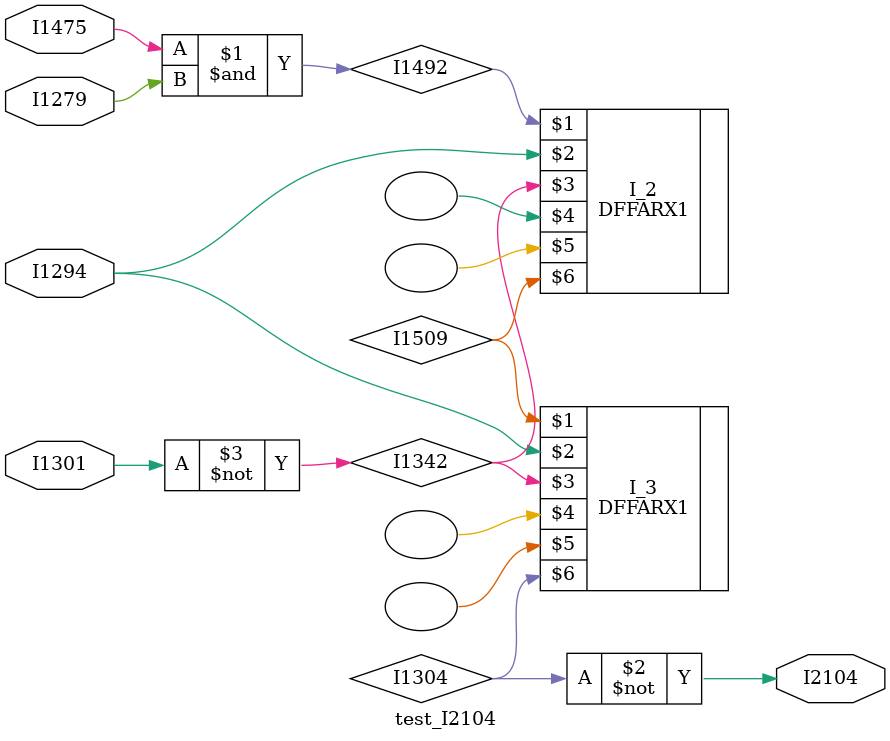
<source format=v>
module test_I2104(I1279,I1475,I1294,I1301,I2104);
input I1279,I1475,I1294,I1301;
output I2104;
wire I1342,I1509,I1304,I1492;
not I_0(I2104,I1304);
not I_1(I1342,I1301);
DFFARX1 I_2(I1492,I1294,I1342,,,I1509,);
DFFARX1 I_3(I1509,I1294,I1342,,,I1304,);
and I_4(I1492,I1475,I1279);
endmodule



</source>
